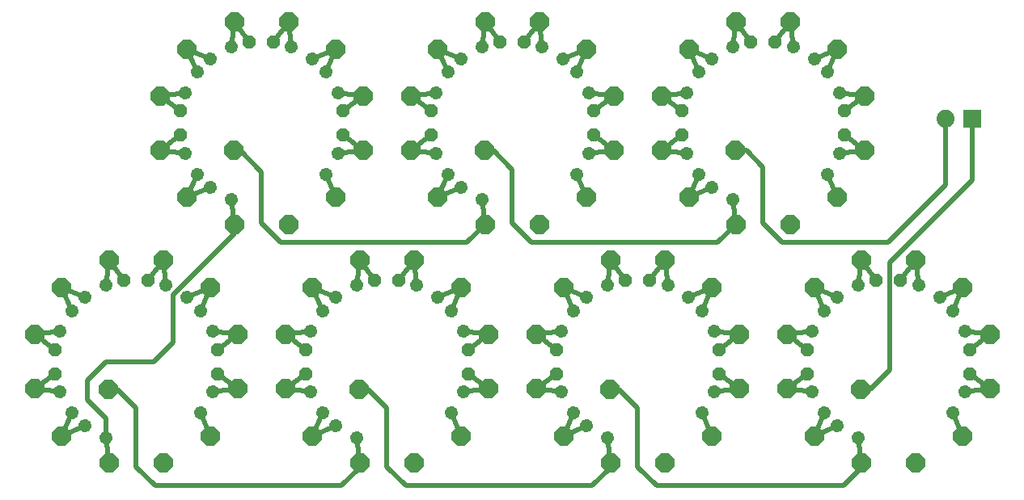
<source format=gbr>
G04 EAGLE Gerber RS-274X export*
G75*
%MOMM*%
%FSLAX34Y34*%
%LPD*%
%INBottom Copper*%
%IPPOS*%
%AMOC8*
5,1,8,0,0,1.08239X$1,22.5*%
G01*
%ADD10P,2.144431X8X22.500000*%
%ADD11P,1.429621X8X172.500000*%
%ADD12P,1.429621X8X142.500000*%
%ADD13P,1.429621X8X112.500000*%
%ADD14P,1.429621X8X82.500000*%
%ADD15P,1.429621X8X52.500000*%
%ADD16P,1.429621X8X22.500000*%
%ADD17P,1.429621X8X352.500000*%
%ADD18P,1.429621X8X322.500000*%
%ADD19P,1.429621X8X292.500000*%
%ADD20P,1.429621X8X262.500000*%
%ADD21R,1.879600X1.879600*%
%ADD22C,1.879600*%
%ADD23C,0.500000*%
%ADD24C,0.508000*%


D10*
X890048Y231298D03*
X841026Y182276D03*
X890302Y153828D03*
X947198Y153828D03*
X996474Y182276D03*
X1024922Y231552D03*
X1024922Y288448D03*
X996474Y337724D03*
X947198Y366172D03*
X890302Y366172D03*
X841026Y337724D03*
X812578Y288448D03*
X812578Y231552D03*
X627548Y231298D03*
X578526Y182276D03*
X627802Y153828D03*
X684698Y153828D03*
X733974Y182276D03*
X762422Y231552D03*
X762422Y288448D03*
X733974Y337724D03*
X684698Y366172D03*
X627802Y366172D03*
X578526Y337724D03*
X550078Y288448D03*
X550078Y231552D03*
X365048Y231298D03*
X316026Y182276D03*
X365302Y153828D03*
X422198Y153828D03*
X471474Y182276D03*
X499922Y231552D03*
X499922Y288448D03*
X471474Y337724D03*
X422198Y366172D03*
X365302Y366172D03*
X316026Y337724D03*
X287578Y288448D03*
X287578Y231552D03*
X102548Y231298D03*
X53526Y182276D03*
X102802Y153828D03*
X159698Y153828D03*
X208974Y182276D03*
X237422Y231552D03*
X237422Y288448D03*
X208974Y337724D03*
X159698Y366172D03*
X102802Y366172D03*
X53526Y337724D03*
X25078Y288448D03*
X25078Y231552D03*
X233798Y481298D03*
X184776Y432276D03*
X234052Y403828D03*
X290948Y403828D03*
X340224Y432276D03*
X368672Y481552D03*
X368672Y538448D03*
X340224Y587724D03*
X290948Y616172D03*
X234052Y616172D03*
X184776Y587724D03*
X156328Y538448D03*
X156328Y481552D03*
X496298Y481298D03*
X447276Y432276D03*
X496552Y403828D03*
X553448Y403828D03*
X602724Y432276D03*
X631172Y481552D03*
X631172Y538448D03*
X602724Y587724D03*
X553448Y616172D03*
X496552Y616172D03*
X447276Y587724D03*
X418828Y538448D03*
X418828Y481552D03*
X758798Y481298D03*
X709776Y432276D03*
X759052Y403828D03*
X815948Y403828D03*
X865224Y432276D03*
X893672Y481552D03*
X893672Y538448D03*
X865224Y587724D03*
X815948Y616172D03*
X759052Y616172D03*
X709776Y587724D03*
X681328Y538448D03*
X681328Y481552D03*
D11*
X887249Y180038D03*
X865252Y192738D03*
D12*
X851488Y206501D03*
X838788Y228499D03*
D13*
X833750Y247300D03*
X833750Y272700D03*
D14*
X838788Y291501D03*
X851488Y313499D03*
D15*
X865252Y327262D03*
X887249Y339962D03*
D16*
X906050Y345000D03*
X931450Y345000D03*
D17*
X950252Y339962D03*
X972249Y327262D03*
D18*
X986012Y313499D03*
X998712Y291501D03*
D19*
X1003750Y272700D03*
X1003750Y247300D03*
D20*
X998712Y228499D03*
X986012Y206501D03*
D11*
X624749Y180038D03*
X602752Y192738D03*
D12*
X588988Y206501D03*
X576288Y228499D03*
D13*
X571250Y247300D03*
X571250Y272700D03*
D14*
X576288Y291501D03*
X588988Y313499D03*
D15*
X602752Y327262D03*
X624749Y339962D03*
D16*
X643550Y345000D03*
X668950Y345000D03*
D17*
X687752Y339962D03*
X709749Y327262D03*
D18*
X723512Y313499D03*
X736212Y291501D03*
D19*
X741250Y272700D03*
X741250Y247300D03*
D20*
X736212Y228499D03*
X723512Y206501D03*
D11*
X362249Y180038D03*
X340252Y192738D03*
D12*
X326488Y206501D03*
X313788Y228499D03*
D13*
X308750Y247300D03*
X308750Y272700D03*
D14*
X313788Y291501D03*
X326488Y313499D03*
D15*
X340252Y327262D03*
X362249Y339962D03*
D16*
X381050Y345000D03*
X406450Y345000D03*
D17*
X425252Y339962D03*
X447249Y327262D03*
D18*
X461012Y313499D03*
X473712Y291501D03*
D19*
X478750Y272700D03*
X478750Y247300D03*
D20*
X473712Y228499D03*
X461012Y206501D03*
D11*
X99749Y180038D03*
X77752Y192738D03*
D12*
X63988Y206501D03*
X51288Y228499D03*
D13*
X46250Y247300D03*
X46250Y272700D03*
D14*
X51288Y291501D03*
X63988Y313499D03*
D15*
X77752Y327262D03*
X99749Y339962D03*
D16*
X118550Y345000D03*
X143950Y345000D03*
D17*
X162752Y339962D03*
X184749Y327262D03*
D18*
X198512Y313499D03*
X211212Y291501D03*
D19*
X216250Y272700D03*
X216250Y247300D03*
D20*
X211212Y228499D03*
X198512Y206501D03*
D11*
X755999Y430038D03*
X734002Y442738D03*
D12*
X720238Y456501D03*
X707538Y478499D03*
D13*
X702500Y497300D03*
X702500Y522700D03*
D14*
X707538Y541501D03*
X720238Y563499D03*
D15*
X734002Y577262D03*
X755999Y589962D03*
D16*
X774800Y595000D03*
X800200Y595000D03*
D17*
X819002Y589962D03*
X840999Y577262D03*
D18*
X854762Y563499D03*
X867462Y541501D03*
D19*
X872500Y522700D03*
X872500Y497300D03*
D20*
X867462Y478499D03*
X854762Y456501D03*
D11*
X493499Y430038D03*
X471502Y442738D03*
D12*
X457738Y456501D03*
X445038Y478499D03*
D13*
X440000Y497300D03*
X440000Y522700D03*
D14*
X445038Y541501D03*
X457738Y563499D03*
D15*
X471502Y577262D03*
X493499Y589962D03*
D16*
X512300Y595000D03*
X537700Y595000D03*
D17*
X556502Y589962D03*
X578499Y577262D03*
D18*
X592262Y563499D03*
X604962Y541501D03*
D19*
X610000Y522700D03*
X610000Y497300D03*
D20*
X604962Y478499D03*
X592262Y456501D03*
D11*
X230999Y430038D03*
X209002Y442738D03*
D12*
X195238Y456501D03*
X182538Y478499D03*
D13*
X177500Y497300D03*
X177500Y522700D03*
D14*
X182538Y541501D03*
X195238Y563499D03*
D15*
X209002Y577262D03*
X230999Y589962D03*
D16*
X249800Y595000D03*
X275200Y595000D03*
D17*
X294002Y589962D03*
X315999Y577262D03*
D18*
X329762Y563499D03*
X342462Y541501D03*
D19*
X347500Y522700D03*
X347500Y497300D03*
D20*
X342462Y478499D03*
X329762Y456501D03*
D21*
X1006270Y515000D03*
D22*
X978330Y515000D03*
D23*
X865252Y192738D02*
X841026Y182276D01*
X851488Y206501D01*
X838788Y228499D02*
X812578Y231552D01*
X833750Y247300D01*
X833750Y272700D02*
X812578Y288448D01*
X838788Y291501D01*
X851488Y313499D02*
X841026Y337724D01*
X865252Y327262D01*
X887249Y339962D02*
X890302Y366172D01*
X906050Y345000D01*
X931450Y345000D02*
X947198Y366172D01*
X950252Y339962D01*
X972249Y327262D02*
X996474Y337724D01*
X986012Y313499D01*
X998712Y291501D02*
X1024922Y288448D01*
X1003750Y272700D01*
X1003750Y247300D02*
X1024922Y231552D01*
X998712Y228499D01*
X986012Y206501D02*
X996474Y182276D01*
X588988Y206501D02*
X578526Y182276D01*
X602752Y192738D01*
D24*
X627802Y153828D02*
X627802Y148828D01*
X608974Y130000D01*
X413750Y130000D01*
X393750Y150000D01*
X393750Y211298D01*
X373750Y231298D01*
X365048Y231298D01*
D23*
X624749Y180038D02*
X627802Y153828D01*
X571250Y247300D02*
X550078Y231552D01*
X576288Y228499D01*
X576288Y291501D02*
X550078Y288448D01*
X571250Y272700D01*
X602752Y327262D02*
X578526Y337724D01*
X588988Y313499D01*
X643550Y345000D02*
X627802Y366172D01*
X624749Y339962D01*
X687752Y339962D02*
X684698Y366172D01*
X668950Y345000D01*
X723512Y313499D02*
X733974Y337724D01*
X709749Y327262D01*
X741250Y272700D02*
X762422Y288448D01*
X736212Y291501D01*
X736212Y228499D02*
X762422Y231552D01*
X741250Y247300D01*
X723512Y206501D02*
X733974Y182276D01*
X340252Y192738D02*
X316026Y182276D01*
X326488Y206501D01*
X313788Y228499D02*
X287578Y231552D01*
X308750Y247300D01*
X308750Y272700D02*
X287578Y288448D01*
X313788Y291501D01*
X326488Y313499D02*
X316026Y337724D01*
X340252Y327262D01*
X362249Y339962D02*
X365302Y366172D01*
X381050Y345000D01*
X406450Y345000D02*
X422198Y366172D01*
X425252Y339962D01*
X447249Y327262D02*
X471474Y337724D01*
X461012Y313499D01*
X473712Y291501D02*
X499922Y288448D01*
X478750Y272700D01*
X478750Y247300D02*
X499922Y231552D01*
X473712Y228499D01*
X461012Y206501D02*
X471474Y182276D01*
X63988Y206501D02*
X53526Y182276D01*
X77752Y192738D01*
X46250Y247300D02*
X25078Y231552D01*
X51288Y228499D01*
X51288Y291501D02*
X25078Y288448D01*
X46250Y272700D01*
X77752Y327262D02*
X53526Y337724D01*
X63988Y313499D01*
X118550Y345000D02*
X102802Y366172D01*
X99749Y339962D01*
X162752Y339962D02*
X159698Y366172D01*
X143950Y345000D01*
X198512Y313499D02*
X208974Y337724D01*
X184749Y327262D01*
X216250Y272700D02*
X237422Y288448D01*
X211212Y291501D01*
X234052Y403828D02*
X230999Y430038D01*
X99749Y180038D02*
X102802Y153828D01*
X99749Y180038D02*
X99749Y200251D01*
X80000Y220000D01*
X80000Y240000D01*
X100000Y260000D01*
X150000Y260000D01*
X170000Y280000D01*
X170000Y330000D01*
X234052Y394052D01*
X234052Y403828D01*
X198512Y206501D02*
X208974Y182276D01*
X709776Y432276D02*
X720238Y456501D01*
X734002Y442738D02*
X709776Y432276D01*
X681328Y481552D02*
X702500Y497300D01*
X707538Y478499D02*
X681328Y481552D01*
X681328Y538448D02*
X707538Y541501D01*
X702500Y522700D02*
X681328Y538448D01*
X709776Y587724D02*
X734002Y577262D01*
X720238Y563499D02*
X709776Y587724D01*
X759052Y616172D02*
X774800Y595000D01*
X755999Y589962D02*
X759052Y616172D01*
X815948Y616172D02*
X819002Y589962D01*
X800200Y595000D02*
X815948Y616172D01*
X865224Y587724D02*
X854762Y563499D01*
X840999Y577262D02*
X865224Y587724D01*
X893672Y538448D02*
X872500Y522700D01*
X867462Y541501D02*
X893672Y538448D01*
X893672Y481552D02*
X867462Y478499D01*
X872500Y497300D02*
X893672Y481552D01*
X854762Y456501D02*
X865224Y432276D01*
X471502Y442738D02*
X447276Y432276D01*
X457738Y456501D01*
X493499Y430038D02*
X496552Y403828D01*
X240000Y481298D02*
X233798Y481298D01*
X240000Y481298D02*
X262500Y458798D01*
X262500Y405000D01*
X282500Y385000D01*
X477724Y385000D01*
X496552Y403828D01*
X445038Y478499D02*
X418828Y481552D01*
X440000Y497300D01*
X440000Y522700D02*
X418828Y538448D01*
X445038Y541501D01*
X457738Y563499D02*
X447276Y587724D01*
X471502Y577262D01*
X493499Y589962D02*
X496552Y616172D01*
X512300Y595000D01*
X537700Y595000D02*
X553448Y616172D01*
X556502Y589962D01*
X578499Y577262D02*
X602724Y587724D01*
X592262Y563499D01*
X604962Y541501D02*
X631172Y538448D01*
X610000Y522700D01*
X610000Y497300D02*
X631172Y481552D01*
X604962Y478499D01*
X592262Y456501D02*
X602724Y432276D01*
X209002Y442738D02*
X184776Y432276D01*
X195238Y456501D01*
X182538Y478499D02*
X156328Y481552D01*
X177500Y497300D01*
X177500Y522700D02*
X156328Y538448D01*
X182538Y541501D01*
X195238Y563499D02*
X184776Y587724D01*
X209002Y577262D01*
X230999Y589962D02*
X234052Y616172D01*
X249800Y595000D01*
X275200Y595000D02*
X290948Y616172D01*
X294002Y589962D01*
X315999Y577262D02*
X340224Y587724D01*
X329762Y563499D01*
X342462Y541501D02*
X368672Y538448D01*
X347500Y522700D01*
X347500Y497300D02*
X368672Y481552D01*
X342462Y478499D01*
X329762Y456501D02*
X340224Y432276D01*
D24*
X365302Y153828D02*
X365302Y148828D01*
X346474Y130000D01*
X151250Y130000D01*
X131250Y150000D01*
X131250Y211298D01*
X111250Y231298D01*
X102548Y231298D01*
D23*
X362249Y180038D02*
X365302Y153828D01*
D24*
X890302Y153828D02*
X890302Y148828D01*
X871474Y130000D01*
X676250Y130000D01*
X656250Y150000D01*
X656250Y211298D01*
X636250Y231298D01*
X627548Y231298D01*
D23*
X887249Y180038D02*
X890302Y153828D01*
D24*
X890048Y231298D02*
X900000Y231298D01*
X920000Y251298D01*
X920000Y363730D01*
X1006270Y450000D01*
X1006270Y515000D01*
D23*
X755999Y430038D02*
X759052Y403828D01*
X505000Y481298D02*
X496298Y481298D01*
X505000Y481298D02*
X525000Y461298D01*
X525000Y405000D01*
X545000Y385000D01*
X740224Y385000D01*
X759052Y403828D01*
X237422Y231552D02*
X211212Y228499D01*
X216250Y247300D02*
X237422Y231552D01*
X758798Y481298D02*
X770000Y481298D01*
X787500Y463798D01*
X787500Y405000D01*
X807500Y385000D01*
X918330Y385000D01*
X978330Y445000D01*
X978330Y515000D01*
M02*

</source>
